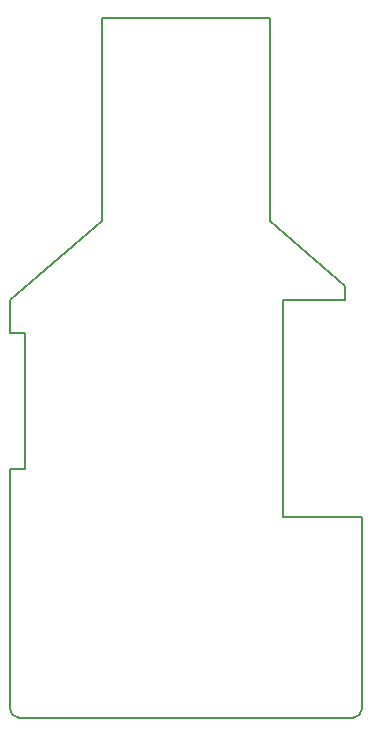
<source format=gbr>
G04 DipTrace 5.1.0.3*
G04 BoardOutline.gbr*
%MOIN*%
G04 #@! TF.FileFunction,Profile*
G04 #@! TF.Part,Single*
%ADD12C,0.005512*%
%FSLAX26Y26*%
G04*
G70*
G90*
G75*
G01*
G04 BoardOutline*
%LPD*%
X699951Y2724950D2*
D12*
X1262461D1*
Y2049950D1*
X1512451Y1831199D1*
Y1787450D1*
X1306201D1*
Y1062450D1*
X1568701D1*
Y424950D1*
G02X1537451Y393701I-31249J-1D01*
G01*
X424950D1*
G02X393701Y424950I-1J31249D01*
G01*
X393713Y1222252D1*
X443304Y1222241D1*
X443290Y1674949D1*
X393719Y1674928D1*
X393720Y1784913D1*
X699951Y2049950D1*
Y2724950D1*
M02*

</source>
